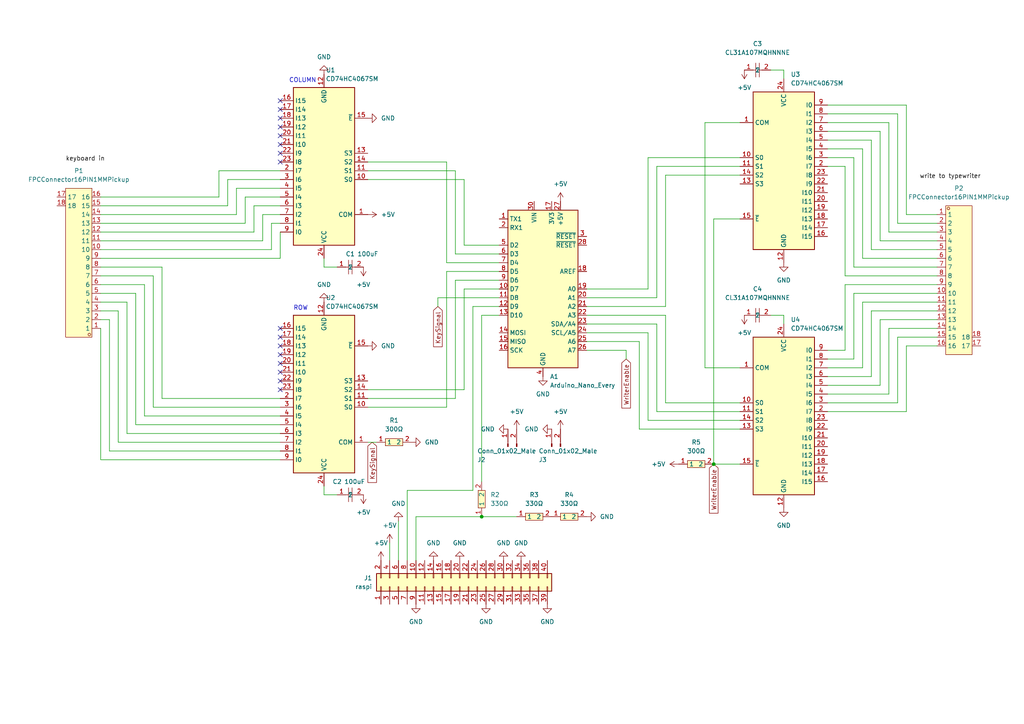
<source format=kicad_sch>
(kicad_sch (version 20211123) (generator eeschema)
  (paper "A4")
  (lib_symbols
    (symbol "74xx:CD74HC4067SM"
      (property "Reference" "U" (at -8.89 22.86 0))
      (property "Value" "CD74HC4067SM" (at 1.27 22.86 0))
      (symbol "CD74HC4067SM_0_1"
        (rectangle (start -8.89 21.59) (end 8.89 -24.13) (stroke (width 0.254)) (fill (type background)))
      )
      (symbol "CD74HC4067SM_1_1"
        (pin passive line (at -12.7 12.7 0) (length 3.81) (name "COM") (number "1"))
        (pin input line (at -12.7 2.54 0) (length 3.81) (name "S0") (number "10"))
        (pin input line (at -12.7 0 0) (length 3.81) (name "S1") (number "11"))
        (pin power_in line (at 0 -27.94 90) (length 3.81) (name "GND") (number "12"))
        (pin input line (at -12.7 -5.08 0) (length 3.81) (name "S3") (number "13"))
        (pin input line (at -12.7 -2.54 0) (length 3.81) (name "S2") (number "14"))
        (pin input line (at -12.7 -15.24 0) (length 3.81) (name "~{E}") (number "15"))
        (pin passive line (at 12.7 -20.32 180) (length 3.81) (name "I15") (number "16"))
        (pin passive line (at 12.7 -17.78 180) (length 3.81) (name "I14") (number "17"))
        (pin passive line (at 12.7 -15.24 180) (length 3.81) (name "I13") (number "18"))
        (pin passive line (at 12.7 -12.7 180) (length 3.81) (name "I12") (number "19"))
        (pin passive line (at 12.7 0 180) (length 3.81) (name "I7") (number "2"))
        (pin passive line (at 12.7 -10.16 180) (length 3.81) (name "I11") (number "20"))
        (pin passive line (at 12.7 -7.62 180) (length 3.81) (name "I10") (number "21"))
        (pin passive line (at 12.7 -5.08 180) (length 3.81) (name "I9") (number "22"))
        (pin passive line (at 12.7 -2.54 180) (length 3.81) (name "I8") (number "23"))
        (pin power_in line (at 0 25.4 270) (length 3.81) (name "VCC") (number "24"))
        (pin passive line (at 12.7 2.54 180) (length 3.81) (name "I6") (number "3"))
        (pin passive line (at 12.7 5.08 180) (length 3.81) (name "I5") (number "4"))
        (pin passive line (at 12.7 7.62 180) (length 3.81) (name "I4") (number "5"))
        (pin passive line (at 12.7 10.16 180) (length 3.81) (name "I3") (number "6"))
        (pin passive line (at 12.7 12.7 180) (length 3.81) (name "I2") (number "7"))
        (pin passive line (at 12.7 15.24 180) (length 3.81) (name "I1") (number "8"))
        (pin passive line (at 12.7 17.78 180) (length 3.81) (name "I0") (number "9"))
      )
    )
    (symbol "Connector:Conn_01x02_Male" (pin_names (offset 1.016) hide)
      (property "Reference" "J" (at 0 2.54 0))
      (property "Value" "Conn_01x02_Male" (at 0 -5.08 0))
      (symbol "Conn_01x02_Male_1_1"
        (polyline (pts (xy 1.27 -2.54) (xy 0.8636 -2.54)) (stroke (width 0.1524)))
        (polyline (pts (xy 1.27 0) (xy 0.8636 0)) (stroke (width 0.1524)))
        (rectangle (start 0.8636 -2.413) (end 0 -2.667) (stroke (width 0.1524)) (fill (type outline)))
        (rectangle (start 0.8636 0.127) (end 0 -0.127) (stroke (width 0.1524)) (fill (type outline)))
        (pin passive line (at 5.08 0 180) (length 3.81) (name "Pin_1") (number "1"))
        (pin passive line (at 5.08 -2.54 180) (length 3.81) (name "Pin_2") (number "2"))
      )
    )
    (symbol "Connector_Generic:Conn_02x20_Odd_Even" (pin_names (offset 1.016) hide)
      (property "Reference" "J" (at 1.27 25.4 0))
      (property "Value" "Conn_02x20_Odd_Even" (at 1.27 -27.94 0))
      (symbol "Conn_02x20_Odd_Even_1_1"
        (rectangle (start -1.27 -25.273) (end 0 -25.527) (stroke (width 0.1524)))
        (rectangle (start -1.27 -22.733) (end 0 -22.987) (stroke (width 0.1524)))
        (rectangle (start -1.27 -20.193) (end 0 -20.447) (stroke (width 0.1524)))
        (rectangle (start -1.27 -17.653) (end 0 -17.907) (stroke (width 0.1524)))
        (rectangle (start -1.27 -15.113) (end 0 -15.367) (stroke (width 0.1524)))
        (rectangle (start -1.27 -12.573) (end 0 -12.827) (stroke (width 0.1524)))
        (rectangle (start -1.27 -10.033) (end 0 -10.287) (stroke (width 0.1524)))
        (rectangle (start -1.27 -7.493) (end 0 -7.747) (stroke (width 0.1524)))
        (rectangle (start -1.27 -4.953) (end 0 -5.207) (stroke (width 0.1524)))
        (rectangle (start -1.27 -2.413) (end 0 -2.667) (stroke (width 0.1524)))
        (rectangle (start -1.27 0.127) (end 0 -0.127) (stroke (width 0.1524)))
        (rectangle (start -1.27 2.667) (end 0 2.413) (stroke (width 0.1524)))
        (rectangle (start -1.27 5.207) (end 0 4.953) (stroke (width 0.1524)))
        (rectangle (start -1.27 7.747) (end 0 7.493) (stroke (width 0.1524)))
        (rectangle (start -1.27 10.287) (end 0 10.033) (stroke (width 0.1524)))
        (rectangle (start -1.27 12.827) (end 0 12.573) (stroke (width 0.1524)))
        (rectangle (start -1.27 15.367) (end 0 15.113) (stroke (width 0.1524)))
        (rectangle (start -1.27 17.907) (end 0 17.653) (stroke (width 0.1524)))
        (rectangle (start -1.27 20.447) (end 0 20.193) (stroke (width 0.1524)))
        (rectangle (start -1.27 22.987) (end 0 22.733) (stroke (width 0.1524)))
        (rectangle (start -1.27 24.13) (end 3.81 -26.67) (stroke (width 0.254)) (fill (type background)))
        (rectangle (start 3.81 -25.273) (end 2.54 -25.527) (stroke (width 0.1524)))
        (rectangle (start 3.81 -22.733) (end 2.54 -22.987) (stroke (width 0.1524)))
        (rectangle (start 3.81 -20.193) (end 2.54 -20.447) (stroke (width 0.1524)))
        (rectangle (start 3.81 -17.653) (end 2.54 -17.907) (stroke (width 0.1524)))
        (rectangle (start 3.81 -15.113) (end 2.54 -15.367) (stroke (width 0.1524)))
        (rectangle (start 3.81 -12.573) (end 2.54 -12.827) (stroke (width 0.1524)))
        (rectangle (start 3.81 -10.033) (end 2.54 -10.287) (stroke (width 0.1524)))
        (rectangle (start 3.81 -7.493) (end 2.54 -7.747) (stroke (width 0.1524)))
        (rectangle (start 3.81 -4.953) (end 2.54 -5.207) (stroke (width 0.1524)))
        (rectangle (start 3.81 -2.413) (end 2.54 -2.667) (stroke (width 0.1524)))
        (rectangle (start 3.81 0.127) (end 2.54 -0.127) (stroke (width 0.1524)))
        (rectangle (start 3.81 2.667) (end 2.54 2.413) (stroke (width 0.1524)))
        (rectangle (start 3.81 5.207) (end 2.54 4.953) (stroke (width 0.1524)))
        (rectangle (start 3.81 7.747) (end 2.54 7.493) (stroke (width 0.1524)))
        (rectangle (start 3.81 10.287) (end 2.54 10.033) (stroke (width 0.1524)))
        (rectangle (start 3.81 12.827) (end 2.54 12.573) (stroke (width 0.1524)))
        (rectangle (start 3.81 15.367) (end 2.54 15.113) (stroke (width 0.1524)))
        (rectangle (start 3.81 17.907) (end 2.54 17.653) (stroke (width 0.1524)))
        (rectangle (start 3.81 20.447) (end 2.54 20.193) (stroke (width 0.1524)))
        (rectangle (start 3.81 22.987) (end 2.54 22.733) (stroke (width 0.1524)))
        (pin passive line (at -5.08 22.86 0) (length 3.81) (name "Pin_1") (number "1"))
        (pin passive line (at 7.62 12.7 180) (length 3.81) (name "Pin_10") (number "10"))
        (pin passive line (at -5.08 10.16 0) (length 3.81) (name "Pin_11") (number "11"))
        (pin passive line (at 7.62 10.16 180) (length 3.81) (name "Pin_12") (number "12"))
        (pin passive line (at -5.08 7.62 0) (length 3.81) (name "Pin_13") (number "13"))
        (pin passive line (at 7.62 7.62 180) (length 3.81) (name "Pin_14") (number "14"))
        (pin passive line (at -5.08 5.08 0) (length 3.81) (name "Pin_15") (number "15"))
        (pin passive line (at 7.62 5.08 180) (length 3.81) (name "Pin_16") (number "16"))
        (pin passive line (at -5.08 2.54 0) (length 3.81) (name "Pin_17") (number "17"))
        (pin passive line (at 7.62 2.54 180) (length 3.81) (name "Pin_18") (number "18"))
        (pin passive line (at -5.08 0 0) (length 3.81) (name "Pin_19") (number "19"))
        (pin passive line (at 7.62 22.86 180) (length 3.81) (name "Pin_2") (number "2"))
        (pin passive line (at 7.62 0 180) (length 3.81) (name "Pin_20") (number "20"))
        (pin passive line (at -5.08 -2.54 0) (length 3.81) (name "Pin_21") (number "21"))
        (pin passive line (at 7.62 -2.54 180) (length 3.81) (name "Pin_22") (number "22"))
        (pin passive line (at -5.08 -5.08 0) (length 3.81) (name "Pin_23") (number "23"))
        (pin passive line (at 7.62 -5.08 180) (length 3.81) (name "Pin_24") (number "24"))
        (pin passive line (at -5.08 -7.62 0) (length 3.81) (name "Pin_25") (number "25"))
        (pin passive line (at 7.62 -7.62 180) (length 3.81) (name "Pin_26") (number "26"))
        (pin passive line (at -5.08 -10.16 0) (length 3.81) (name "Pin_27") (number "27"))
        (pin passive line (at 7.62 -10.16 180) (length 3.81) (name "Pin_28") (number "28"))
        (pin passive line (at -5.08 -12.7 0) (length 3.81) (name "Pin_29") (number "29"))
        (pin passive line (at -5.08 20.32 0) (length 3.81) (name "Pin_3") (number "3"))
        (pin passive line (at 7.62 -12.7 180) (length 3.81) (name "Pin_30") (number "30"))
        (pin passive line (at -5.08 -15.24 0) (length 3.81) (name "Pin_31") (number "31"))
        (pin passive line (at 7.62 -15.24 180) (length 3.81) (name "Pin_32") (number "32"))
        (pin passive line (at -5.08 -17.78 0) (length 3.81) (name "Pin_33") (number "33"))
        (pin passive line (at 7.62 -17.78 180) (length 3.81) (name "Pin_34") (number "34"))
        (pin passive line (at -5.08 -20.32 0) (length 3.81) (name "Pin_35") (number "35"))
        (pin passive line (at 7.62 -20.32 180) (length 3.81) (name "Pin_36") (number "36"))
        (pin passive line (at -5.08 -22.86 0) (length 3.81) (name "Pin_37") (number "37"))
        (pin passive line (at 7.62 -22.86 180) (length 3.81) (name "Pin_38") (number "38"))
        (pin passive line (at -5.08 -25.4 0) (length 3.81) (name "Pin_39") (number "39"))
        (pin passive line (at 7.62 20.32 180) (length 3.81) (name "Pin_4") (number "4"))
        (pin passive line (at 7.62 -25.4 180) (length 3.81) (name "Pin_40") (number "40"))
        (pin passive line (at -5.08 17.78 0) (length 3.81) (name "Pin_5") (number "5"))
        (pin passive line (at 7.62 17.78 180) (length 3.81) (name "Pin_6") (number "6"))
        (pin passive line (at -5.08 15.24 0) (length 3.81) (name "Pin_7") (number "7"))
        (pin passive line (at 7.62 15.24 180) (length 3.81) (name "Pin_8") (number "8"))
        (pin passive line (at -5.08 12.7 0) (length 3.81) (name "Pin_9") (number "9"))
      )
    )
    (symbol "MCU_Module:Arduino_Nano_Every"
      (property "Reference" "A" (at -10.16 23.495 0))
      (property "Value" "Arduino_Nano_Every" (at 5.08 -24.13 0))
      (symbol "Arduino_Nano_Every_0_1"
        (rectangle (start -10.16 22.86) (end 10.16 -22.86) (stroke (width 0.254)) (fill (type background)))
      )
      (symbol "Arduino_Nano_Every_1_1"
        (pin bidirectional line (at -12.7 20.32 0) (length 2.54) (name "TX1") (number "1"))
        (pin bidirectional line (at -12.7 0 0) (length 2.54) (name "D7") (number "10"))
        (pin bidirectional line (at -12.7 -2.54 0) (length 2.54) (name "D8") (number "11"))
        (pin bidirectional line (at -12.7 -5.08 0) (length 2.54) (name "D9") (number "12"))
        (pin bidirectional line (at -12.7 -7.62 0) (length 2.54) (name "D10") (number "13"))
        (pin bidirectional line (at -12.7 -12.7 0) (length 2.54) (name "MOSI") (number "14"))
        (pin bidirectional line (at -12.7 -15.24 0) (length 2.54) (name "MISO") (number "15"))
        (pin bidirectional line (at -12.7 -17.78 0) (length 2.54) (name "SCK") (number "16"))
        (pin power_out line (at 2.54 25.4 270) (length 2.54) (name "3V3") (number "17"))
        (pin input line (at 12.7 5.08 180) (length 2.54) (name "AREF") (number "18"))
        (pin bidirectional line (at 12.7 0 180) (length 2.54) (name "A0") (number "19"))
        (pin bidirectional line (at -12.7 17.78 0) (length 2.54) (name "RX1") (number "2"))
        (pin bidirectional line (at 12.7 -2.54 180) (length 2.54) (name "A1") (number "20"))
        (pin bidirectional line (at 12.7 -5.08 180) (length 2.54) (name "A2") (number "21"))
        (pin bidirectional line (at 12.7 -7.62 180) (length 2.54) (name "A3") (number "22"))
        (pin bidirectional line (at 12.7 -10.16 180) (length 2.54) (name "SDA/A4") (number "23"))
        (pin bidirectional line (at 12.7 -12.7 180) (length 2.54) (name "SCL/A5") (number "24"))
        (pin bidirectional line (at 12.7 -15.24 180) (length 2.54) (name "A6") (number "25"))
        (pin bidirectional line (at 12.7 -17.78 180) (length 2.54) (name "A7") (number "26"))
        (pin power_out line (at 5.08 25.4 270) (length 2.54) (name "+5V") (number "27"))
        (pin input line (at 12.7 12.7 180) (length 2.54) (name "~{RESET}") (number "28"))
        (pin passive line (at 0 -25.4 90) (length 2.54) hide (name "GND") (number "29"))
        (pin input line (at 12.7 15.24 180) (length 2.54) (name "~{RESET}") (number "3"))
        (pin power_in line (at -2.54 25.4 270) (length 2.54) (name "VIN") (number "30"))
        (pin power_in line (at 0 -25.4 90) (length 2.54) (name "GND") (number "4"))
        (pin bidirectional line (at -12.7 12.7 0) (length 2.54) (name "D2") (number "5"))
        (pin bidirectional line (at -12.7 10.16 0) (length 2.54) (name "D3") (number "6"))
        (pin bidirectional line (at -12.7 7.62 0) (length 2.54) (name "D4") (number "7"))
        (pin bidirectional line (at -12.7 5.08 0) (length 2.54) (name "D5") (number "8"))
        (pin bidirectional line (at -12.7 2.54 0) (length 2.54) (name "D6") (number "9"))
      )
    )
    (symbol "easyeda2kicad:1206W4F3000T5E"
      (property "Reference" "R" (at 0 5.08 0))
      (property "Value" "1206W4F3000T5E" (at 0 -5.08 0))
      (symbol "1206W4F3000T5E_0_1"
        (rectangle (start -2.54 1.02) (end 2.54 -1.02) (fill (type background)))
        (pin input line (at -5.08 0 0) (length 2.54) (name "1") (number "1"))
        (pin input line (at 5.08 0 180) (length 2.54) (name "2") (number "2"))
      )
    )
    (symbol "easyeda2kicad:CL31A107MQHNNNE"
      (property "Reference" "C" (at 0 5.08 0))
      (property "Value" "CL31A107MQHNNNE" (at 0 -5.08 0))
      (symbol "CL31A107MQHNNNE_0_1"
        (polyline (pts (xy -1.27 0) (xy -0.51 0)))
        (polyline (pts (xy -0.51 2.03) (xy -0.51 -2.03)))
        (polyline (pts (xy 0.51 0) (xy 1.27 0)))
        (polyline (pts (xy 0.51 2.03) (xy 0.51 -2.03)))
        (pin input line (at -3.81 0 0) (length 2.54) (name "1") (number "1"))
        (pin input line (at 3.81 0 180) (length 2.54) (name "2") (number "2"))
      )
    )
    (symbol "easyeda2kicad:FPCConnector16PIN1MMPickup"
      (property "Reference" "P" (at 0 24.13 0))
      (property "Value" "FPCConnector 16PIN 1MM Pick up" (at 0 -24.13 0))
      (symbol "FPCConnector16PIN1MMPickup_0_1"
        (rectangle (start -1.27 21.59) (end 6.35 -21.59) (fill (type background)))
        (circle (center -0.51 20.83) (radius 0.38))
        (pin unspecified line (at -3.81 19.05 0) (length 2.54) (name "1") (number "1"))
        (pin unspecified line (at -3.81 -3.81 0) (length 2.54) (name "10") (number "10"))
        (pin unspecified line (at -3.81 -6.35 0) (length 2.54) (name "11") (number "11"))
        (pin unspecified line (at -3.81 -8.89 0) (length 2.54) (name "12") (number "12"))
        (pin unspecified line (at -3.81 -11.43 0) (length 2.54) (name "13") (number "13"))
        (pin unspecified line (at -3.81 -13.97 0) (length 2.54) (name "14") (number "14"))
        (pin unspecified line (at -3.81 -16.51 0) (length 2.54) (name "15") (number "15"))
        (pin unspecified line (at -3.81 -19.05 0) (length 2.54) (name "16") (number "16"))
        (pin unspecified line (at 8.89 -19.05 180) (length 2.54) (name "17") (number "17"))
        (pin unspecified line (at 8.89 -16.51 180) (length 2.54) (name "18") (number "18"))
        (pin unspecified line (at -3.81 16.51 0) (length 2.54) (name "2") (number "2"))
        (pin unspecified line (at -3.81 13.97 0) (length 2.54) (name "3") (number "3"))
        (pin unspecified line (at -3.81 11.43 0) (length 2.54) (name "4") (number "4"))
        (pin unspecified line (at -3.81 8.89 0) (length 2.54) (name "5") (number "5"))
        (pin unspecified line (at -3.81 6.35 0) (length 2.54) (name "6") (number "6"))
        (pin unspecified line (at -3.81 3.81 0) (length 2.54) (name "7") (number "7"))
        (pin unspecified line (at -3.81 1.27 0) (length 2.54) (name "8") (number "8"))
        (pin unspecified line (at -3.81 -1.27 0) (length 2.54) (name "9") (number "9"))
      )
    )
    (symbol "easyeda2kicad:RC1206FR-07330RL"
      (property "Reference" "R" (at 0 5.08 0))
      (property "Value" "RC1206FR-07330RL" (at 0 -5.08 0))
      (symbol "RC1206FR-07330RL_0_1"
        (rectangle (start -2.54 1.02) (end 2.54 -1.02) (fill (type background)))
        (pin input line (at -5.08 0 0) (length 2.54) (name "1") (number "1"))
        (pin input line (at 5.08 0 180) (length 2.54) (name "2") (number "2"))
      )
    )
    (symbol "power:+5V" (power) (pin_names (offset 0))
      (property "Value" "+5V" (at 0 3.556 0))
      (symbol "+5V_0_1"
        (polyline (pts (xy -0.762 1.27) (xy 0 2.54)))
        (polyline (pts (xy 0 0) (xy 0 2.54)))
        (polyline (pts (xy 0 2.54) (xy 0.762 1.27)))
      )
      (symbol "+5V_1_1"
        (pin power_in line (at 0 0 90) (length 0) hide (name "+5V") (number "1"))
      )
    )
    (symbol "power:GND" (power) (pin_names (offset 0))
      (property "Value" "GND" (at 0 -3.81 0))
      (symbol "GND_0_1"
        (polyline (pts (xy 0 0) (xy 0 -1.27) (xy 1.27 -1.27) (xy 0 -2.54) (xy -1.27 -1.27) (xy 0 -1.27)))
      )
      (symbol "GND_1_1"
        (pin power_in line (at 0 0 270) (length 0) hide (name "GND") (number "1"))
      )
    )
  )
  (junction (at 207.01 134.62))
  (junction (at 139.7 149.86))
  (no_connect (at 81.28 36.83))
  (no_connect (at 81.28 39.37))
  (no_connect (at 81.28 31.75))
  (no_connect (at 81.28 34.29))
  (no_connect (at 81.28 29.21))
  (no_connect (at 81.28 41.91))
  (no_connect (at 81.28 46.99))
  (no_connect (at 81.28 44.45))
  (no_connect (at 81.28 105.41))
  (no_connect (at 81.28 110.49))
  (no_connect (at 81.28 107.95))
  (no_connect (at 81.28 113.03))
  (no_connect (at 81.28 102.87))
  (no_connect (at 81.28 97.79))
  (no_connect (at 81.28 100.33))
  (no_connect (at 81.28 95.25))
  (wire (pts (xy 29.21 59.69) (xy 66.04 59.69)))
  (wire (pts (xy 106.68 128.27) (xy 109.22 128.27)))
  (wire (pts (xy 190.5 86.36) (xy 190.5 48.26)))
  (wire (pts (xy 190.5 93.98) (xy 190.5 119.38)))
  (wire (pts (xy 170.18 93.98) (xy 190.5 93.98)))
  (wire (pts (xy 257.81 95.25) (xy 257.81 114.3)))
  (wire (pts (xy 93.98 143.51) (xy 93.98 140.97)))
  (wire (pts (xy 260.35 64.77) (xy 260.35 33.02)))
  (wire (pts (xy 132.08 115.57) (xy 132.08 81.28)))
  (wire (pts (xy 34.29 128.27) (xy 34.29 90.17)))
  (wire (pts (xy 193.04 88.9) (xy 170.18 88.9)))
  (wire (pts (xy 271.78 95.25) (xy 257.81 95.25)))
  (wire (pts (xy 41.91 120.65) (xy 41.91 82.55)))
  (wire (pts (xy 134.62 52.07) (xy 134.62 71.12)))
  (wire (pts (xy 240.03 119.38) (xy 262.89 119.38)))
  (wire (pts (xy 29.21 133.35) (xy 29.21 95.25)))
  (wire (pts (xy 271.78 64.77) (xy 260.35 64.77)))
  (wire (pts (xy 144.78 88.9) (xy 137.16 88.9)))
  (wire (pts (xy 190.5 48.26) (xy 214.63 48.26)))
  (wire (pts (xy 204.47 106.68) (xy 204.47 35.56)))
  (wire (pts (xy 139.7 149.86) (xy 149.86 149.86)))
  (wire (pts (xy 81.28 133.35) (xy 29.21 133.35)))
  (wire (pts (xy 134.62 83.82) (xy 134.62 113.03)))
  (wire (pts (xy 257.81 114.3) (xy 240.03 114.3)))
  (wire (pts (xy 245.11 82.55) (xy 271.78 82.55)))
  (wire (pts (xy 129.54 46.99) (xy 129.54 76.2)))
  (wire (pts (xy 29.21 64.77) (xy 71.12 64.77)))
  (wire (pts (xy 252.73 109.22) (xy 240.03 109.22)))
  (wire (pts (xy 170.18 101.6) (xy 181.61 101.6)))
  (wire (pts (xy 170.18 86.36) (xy 190.5 86.36)))
  (wire (pts (xy 247.65 104.14) (xy 240.03 104.14)))
  (wire (pts (xy 81.28 118.11) (xy 44.45 118.11)))
  (wire (pts (xy 144.78 73.66) (xy 132.08 73.66)))
  (wire (pts (xy 144.78 78.74) (xy 129.54 78.74)))
  (wire (pts (xy 39.37 123.19) (xy 39.37 85.09)))
  (wire (pts (xy 106.68 52.07) (xy 134.62 52.07)))
  (wire (pts (xy 227.33 20.32) (xy 223.52 20.32)))
  (wire (pts (xy 252.73 72.39) (xy 271.78 72.39)))
  (wire (pts (xy 29.21 74.93) (xy 81.28 74.93)))
  (wire (pts (xy 46.99 77.47) (xy 29.21 77.47)))
  (wire (pts (xy 144.78 83.82) (xy 134.62 83.82)))
  (wire (pts (xy 187.96 83.82) (xy 170.18 83.82)))
  (wire (pts (xy 71.12 64.77) (xy 71.12 57.15)))
  (wire (pts (xy 41.91 82.55) (xy 29.21 82.55)))
  (wire (pts (xy 36.83 87.63) (xy 36.83 125.73)))
  (wire (pts (xy 44.45 80.01) (xy 29.21 80.01)))
  (wire (pts (xy 214.63 106.68) (xy 204.47 106.68)))
  (wire (pts (xy 214.63 116.84) (xy 193.04 116.84)))
  (wire (pts (xy 81.28 49.53) (xy 63.5 49.53)))
  (wire (pts (xy 78.74 72.39) (xy 29.21 72.39)))
  (wire (pts (xy 223.52 91.44) (xy 227.33 91.44)))
  (wire (pts (xy 76.2 62.23) (xy 81.28 62.23)))
  (wire (pts (xy 81.28 123.19) (xy 39.37 123.19)))
  (wire (pts (xy 139.7 91.44) (xy 139.7 139.7)))
  (wire (pts (xy 227.33 91.44) (xy 227.33 93.98)))
  (wire (pts (xy 44.45 118.11) (xy 44.45 80.01)))
  (wire (pts (xy 271.78 80.01) (xy 245.11 80.01)))
  (wire (pts (xy 193.04 50.8) (xy 193.04 88.9)))
  (wire (pts (xy 250.19 43.18) (xy 240.03 43.18)))
  (wire (pts (xy 137.16 142.24) (xy 118.11 142.24)))
  (wire (pts (xy 97.79 143.51) (xy 93.98 143.51)))
  (wire (pts (xy 187.96 96.52) (xy 170.18 96.52)))
  (wire (pts (xy 132.08 81.28) (xy 144.78 81.28)))
  (wire (pts (xy 190.5 119.38) (xy 214.63 119.38)))
  (wire (pts (xy 29.21 69.85) (xy 76.2 69.85)))
  (wire (pts (xy 81.28 115.57) (xy 46.99 115.57)))
  (wire (pts (xy 240.03 111.76) (xy 255.27 111.76)))
  (wire (pts (xy 271.78 85.09) (xy 247.65 85.09)))
  (wire (pts (xy 134.62 113.03) (xy 106.68 113.03)))
  (wire (pts (xy 66.04 52.07) (xy 81.28 52.07)))
  (wire (pts (xy 207.01 134.62) (xy 214.63 134.62)))
  (wire (pts (xy 29.21 92.71) (xy 31.75 92.71)))
  (wire (pts (xy 132.08 73.66) (xy 132.08 49.53)))
  (wire (pts (xy 262.89 100.33) (xy 262.89 119.38)))
  (wire (pts (xy 106.68 115.57) (xy 132.08 115.57)))
  (wire (pts (xy 271.78 100.33) (xy 262.89 100.33)))
  (wire (pts (xy 66.04 59.69) (xy 66.04 52.07)))
  (wire (pts (xy 73.66 67.31) (xy 29.21 67.31)))
  (wire (pts (xy 271.78 69.85) (xy 255.27 69.85)))
  (wire (pts (xy 260.35 116.84) (xy 260.35 97.79)))
  (wire (pts (xy 257.81 35.56) (xy 257.81 67.31)))
  (wire (pts (xy 34.29 90.17) (xy 29.21 90.17)))
  (wire (pts (xy 262.89 62.23) (xy 271.78 62.23)))
  (wire (pts (xy 39.37 85.09) (xy 29.21 85.09)))
  (wire (pts (xy 185.42 124.46) (xy 214.63 124.46)))
  (wire (pts (xy 255.27 111.76) (xy 255.27 92.71)))
  (wire (pts (xy 262.89 30.48) (xy 262.89 62.23)))
  (wire (pts (xy 81.28 64.77) (xy 78.74 64.77)))
  (wire (pts (xy 97.79 77.47) (xy 93.98 77.47)))
  (wire (pts (xy 271.78 74.93) (xy 250.19 74.93)))
  (wire (pts (xy 81.28 54.61) (xy 68.58 54.61)))
  (wire (pts (xy 129.54 118.11) (xy 106.68 118.11)))
  (wire (pts (xy 214.63 45.72) (xy 187.96 45.72)))
  (wire (pts (xy 106.68 46.99) (xy 129.54 46.99)))
  (wire (pts (xy 68.58 62.23) (xy 29.21 62.23)))
  (wire (pts (xy 187.96 121.92) (xy 187.96 96.52)))
  (wire (pts (xy 245.11 48.26) (xy 240.03 48.26)))
  (wire (pts (xy 170.18 99.06) (xy 185.42 99.06)))
  (wire (pts (xy 247.65 45.72) (xy 247.65 77.47)))
  (wire (pts (xy 207.01 63.5) (xy 207.01 134.62)))
  (wire (pts (xy 129.54 76.2) (xy 144.78 76.2)))
  (wire (pts (xy 250.19 74.93) (xy 250.19 43.18)))
  (wire (pts (xy 255.27 38.1) (xy 240.03 38.1)))
  (wire (pts (xy 271.78 90.17) (xy 252.73 90.17)))
  (wire (pts (xy 115.57 151.13) (xy 115.57 162.56)))
  (wire (pts (xy 31.75 92.71) (xy 31.75 130.81)))
  (wire (pts (xy 240.03 30.48) (xy 262.89 30.48)))
  (wire (pts (xy 76.2 69.85) (xy 76.2 62.23)))
  (wire (pts (xy 29.21 87.63) (xy 36.83 87.63)))
  (wire (pts (xy 240.03 40.64) (xy 252.73 40.64)))
  (wire (pts (xy 120.65 149.86) (xy 120.65 162.56)))
  (wire (pts (xy 129.54 78.74) (xy 129.54 118.11)))
  (wire (pts (xy 81.28 120.65) (xy 41.91 120.65)))
  (wire (pts (xy 245.11 80.01) (xy 245.11 48.26)))
  (wire (pts (xy 134.62 71.12) (xy 144.78 71.12)))
  (wire (pts (xy 260.35 97.79) (xy 271.78 97.79)))
  (wire (pts (xy 257.81 67.31) (xy 271.78 67.31)))
  (wire (pts (xy 193.04 91.44) (xy 170.18 91.44)))
  (wire (pts (xy 247.65 77.47) (xy 271.78 77.47)))
  (wire (pts (xy 240.03 35.56) (xy 257.81 35.56)))
  (wire (pts (xy 193.04 116.84) (xy 193.04 91.44)))
  (wire (pts (xy 144.78 91.44) (xy 139.7 91.44)))
  (wire (pts (xy 63.5 49.53) (xy 63.5 57.15)))
  (wire (pts (xy 46.99 115.57) (xy 46.99 77.47)))
  (wire (pts (xy 132.08 49.53) (xy 106.68 49.53)))
  (wire (pts (xy 31.75 130.81) (xy 81.28 130.81)))
  (wire (pts (xy 81.28 74.93) (xy 81.28 67.31)))
  (wire (pts (xy 204.47 35.56) (xy 214.63 35.56)))
  (wire (pts (xy 252.73 40.64) (xy 252.73 72.39)))
  (wire (pts (xy 127 86.36) (xy 144.78 86.36)))
  (wire (pts (xy 93.98 77.47) (xy 93.98 74.93)))
  (wire (pts (xy 240.03 116.84) (xy 260.35 116.84)))
  (wire (pts (xy 255.27 92.71) (xy 271.78 92.71)))
  (wire (pts (xy 73.66 59.69) (xy 73.66 67.31)))
  (wire (pts (xy 71.12 57.15) (xy 81.28 57.15)))
  (wire (pts (xy 250.19 106.68) (xy 250.19 87.63)))
  (wire (pts (xy 81.28 128.27) (xy 34.29 128.27)))
  (wire (pts (xy 118.11 142.24) (xy 118.11 162.56)))
  (wire (pts (xy 245.11 101.6) (xy 245.11 82.55)))
  (wire (pts (xy 240.03 101.6) (xy 245.11 101.6)))
  (wire (pts (xy 255.27 69.85) (xy 255.27 38.1)))
  (wire (pts (xy 214.63 121.92) (xy 187.96 121.92)))
  (wire (pts (xy 137.16 88.9) (xy 137.16 142.24)))
  (wire (pts (xy 36.83 125.73) (xy 81.28 125.73)))
  (wire (pts (xy 252.73 90.17) (xy 252.73 109.22)))
  (wire (pts (xy 68.58 54.61) (xy 68.58 62.23)))
  (wire (pts (xy 227.33 22.86) (xy 227.33 20.32)))
  (wire (pts (xy 214.63 63.5) (xy 207.01 63.5)))
  (wire (pts (xy 63.5 57.15) (xy 29.21 57.15)))
  (wire (pts (xy 81.28 59.69) (xy 73.66 59.69)))
  (wire (pts (xy 181.61 101.6) (xy 181.61 104.14)))
  (wire (pts (xy 113.03 157.48) (xy 113.03 162.56)))
  (wire (pts (xy 78.74 64.77) (xy 78.74 72.39)))
  (wire (pts (xy 260.35 33.02) (xy 240.03 33.02)))
  (wire (pts (xy 240.03 45.72) (xy 247.65 45.72)))
  (wire (pts (xy 250.19 87.63) (xy 271.78 87.63)))
  (wire (pts (xy 187.96 45.72) (xy 187.96 83.82)))
  (wire (pts (xy 120.65 149.86) (xy 139.7 149.86)))
  (wire (pts (xy 127 86.36) (xy 127 88.9)))
  (wire (pts (xy 214.63 50.8) (xy 193.04 50.8)))
  (wire (pts (xy 247.65 85.09) (xy 247.65 104.14)))
  (wire (pts (xy 185.42 99.06) (xy 185.42 124.46)))
  (wire (pts (xy 240.03 106.68) (xy 250.19 106.68)))
  (text "COLUMN\n" (at 83.82 24.13 0) (effects (font (size 1.27 1.27)) (justify left bottom)))
  (text "ROW" (at 85.09 90.17 0) (effects (font (size 1.27 1.27)) (justify left bottom)))
  (label "keyboard in" (at 19.05 46.99 0))
  (label "write to typewriter" (at 266.7 52.07 0))
  (global_label "WriterEnable" (shape input) (at 181.61 104.14 270) (property "Intersheet References" "${INTERSHEET_REFS}" (effects hide)))
  (global_label "KeySignal" (shape input) (at 107.95 128.27 270) (property "Intersheet References" "${INTERSHEET_REFS}" (effects hide)))
  (global_label "WriterEnable" (shape input) (at 207.01 134.62 270) (property "Intersheet References" "${INTERSHEET_REFS}" (effects hide)))
  (global_label "KeySignal" (shape input) (at 127 88.9 270) (property "Intersheet References" "${INTERSHEET_REFS}" (effects hide)))
  (symbol (lib_id "power:+5V") (at 110.49 162.56 0) (unit 1)
    (property "Reference" "#PWR08" (effects hide))
    (property "Value" "+5V" (at 110.49 157.48 0))
  )
  (symbol (lib_id "power:GND") (at 147.32 124.46 270) (unit 1)
    (property "Reference" "#PWR017" (effects hide))
    (property "Value" "GND" (at 143.51 124.4599 90) (effects (justify right)))
  )
  (symbol (lib_id "easyeda2kicad:RC1206FR-07330RL") (at 139.7 144.78 90) (unit 1)
    (property "Reference" "R2" (at 142.24 143.5099 90) (effects (justify right)))
    (property "Value" "330Ω" (at 142.24 146.0499 90) (effects (justify right)))
    (property "Footprint" "easyeda2kicad:R1206" (effects hide))
    (property "Datasheet" "https://lcsc.com/product-detail/Chip-Resistor-Surface-Mount_330R-330R-1_C114944.html" (effects hide))
    (property "Manufacturer" "YAGEO" (effects hide))
    (property "LCSC Part" "C114944" (effects hide))
    (property "JLC Part" "Extended Part" (effects hide))
  )
  (symbol (lib_id "74xx:CD74HC4067SM") (at 93.98 49.53 180) (unit 1)
    (property "Reference" "U1" (at 94.5006 20.32 0) (effects (justify right)))
    (property "Value" "CD74HC4067SM" (at 94.5006 22.86 0) (effects (justify right)))
    (property "Footprint" "Package_SO:SSOP-24_5.3x8.2mm_P0.65mm" (effects hide))
    (property "Datasheet" "http://www.ti.com/lit/ds/symlink/cd74hc4067.pdf" (effects hide))
  )
  (symbol (lib_id "power:GND") (at 160.02 124.46 270) (unit 1)
    (property "Reference" "#PWR022" (effects hide))
    (property "Value" "GND" (at 156.21 124.4599 90) (effects (justify right)))
  )
  (symbol (lib_id "easyeda2kicad:FPCConnector16PIN1MMPickup") (at 275.59 81.28 0) (unit 1)
    (property "Reference" "P2" (at 278.13 54.61 0))
    (property "Value" "FPCConnector16PIN1MMPickup" (at 278.13 57.15 0))
    (property "Footprint" "easyeda2kicad:FPC-SMD_AFA07-S16ECC-00" (effects hide))
    (property "Datasheet" "https://lcsc.com/product-detail/FPC-Connectors_FPC-1-0mmpitch-16P-Pull-type-Pick-up_C13745.html" (effects hide))
    (property "Manufacturer" "ReliaPro" (effects hide))
    (property "LCSC Part" "C13745" (effects hide))
    (property "JLC Part" "Extended Part" (effects hide))
  )
  (symbol (lib_id "74xx:CD74HC4067SM") (at 93.98 115.57 180) (unit 1)
    (property "Reference" "U2" (at 94.5006 86.36 0) (effects (justify right)))
    (property "Value" "CD74HC4067SM" (at 94.5006 88.9 0) (effects (justify right)))
    (property "Footprint" "Package_SO:SSOP-24_5.3x8.2mm_P0.65mm" (effects hide))
    (property "Datasheet" "http://www.ti.com/lit/ds/symlink/cd74hc4067.pdf" (effects hide))
  )
  (symbol (lib_id "easyeda2kicad:FPCConnector16PIN1MMPickup") (at 25.4 76.2 180) (unit 1)
    (property "Reference" "P1" (at 22.86 49.53 0))
    (property "Value" "FPCConnector16PIN1MMPickup" (at 22.86 52.07 0))
    (property "Footprint" "easyeda2kicad:FPC-SMD_AFA07-S16ECC-00" (effects hide))
    (property "Datasheet" "https://lcsc.com/product-detail/FPC-Connectors_FPC-1-0mmpitch-16P-Pull-type-Pick-up_C13745.html" (effects hide))
    (property "Manufacturer" "ReliaPro" (effects hide))
    (property "LCSC Part" "C13745" (effects hide))
    (property "JLC Part" "Extended Part" (effects hide))
  )
  (symbol (lib_id "easyeda2kicad:RC1206FR-07330RL") (at 154.94 149.86 0) (unit 1)
    (property "Reference" "R3" (at 154.94 143.51 0))
    (property "Value" "330Ω" (at 154.94 146.05 0))
    (property "Footprint" "easyeda2kicad:R1206" (effects hide))
    (property "Datasheet" "https://lcsc.com/product-detail/Chip-Resistor-Surface-Mount_330R-330R-1_C114944.html" (effects hide))
    (property "Manufacturer" "YAGEO" (effects hide))
    (property "LCSC Part" "C114944" (effects hide))
    (property "JLC Part" "Extended Part" (effects hide))
  )
  (symbol (lib_id "power:GND") (at 227.33 76.2 0) (unit 1)
    (property "Reference" "#PWR029" (effects hide))
    (property "Value" "GND" (at 227.33 81.28 0))
  )
  (symbol (lib_id "power:GND") (at 170.18 149.86 90) (unit 1)
    (property "Reference" "#PWR025" (effects hide))
    (property "Value" "GND" (at 173.99 149.8599 90) (effects (justify right)))
  )
  (symbol (lib_id "power:GND") (at 120.65 175.26 0) (unit 1)
    (property "Reference" "#PWR012" (effects hide))
    (property "Value" "GND" (at 120.65 180.34 0))
  )
  (symbol (lib_id "easyeda2kicad:RC1206FR-07330RL") (at 165.1 149.86 0) (unit 1)
    (property "Reference" "R4" (at 165.1 143.51 0))
    (property "Value" "330Ω" (at 165.1 146.05 0))
    (property "Footprint" "easyeda2kicad:R1206" (effects hide))
    (property "Datasheet" "https://lcsc.com/product-detail/Chip-Resistor-Surface-Mount_330R-330R-1_C114944.html" (effects hide))
    (property "Manufacturer" "YAGEO" (effects hide))
    (property "LCSC Part" "C114944" (effects hide))
    (property "JLC Part" "Extended Part" (effects hide))
  )
  (symbol (lib_id "power:GND") (at 146.05 162.56 180) (unit 1)
    (property "Reference" "#PWR016" (effects hide))
    (property "Value" "GND" (at 146.05 157.48 0))
  )
  (symbol (lib_id "power:GND") (at 93.98 87.63 180) (unit 1)
    (property "Reference" "#PWR02" (effects hide))
    (property "Value" "GND" (at 93.98 82.55 0))
  )
  (symbol (lib_id "74xx:CD74HC4067SM") (at 227.33 48.26 0) (unit 1)
    (property "Reference" "U3" (at 229.3494 21.59 0) (effects (justify left)))
    (property "Value" "CD74HC4067SM" (at 229.3494 24.13 0) (effects (justify left)))
    (property "Footprint" "Package_SO:SSOP-24_5.3x8.2mm_P0.65mm" (effects hide))
    (property "Datasheet" "http://www.ti.com/lit/ds/symlink/cd74hc4067.pdf" (effects hide))
  )
  (symbol (lib_id "easyeda2kicad:CL31A107MQHNNNE") (at 219.71 91.44 0) (unit 1)
    (property "Reference" "C4" (at 219.71 83.82 0))
    (property "Value" "CL31A107MQHNNNE" (at 219.71 86.36 0))
    (property "Footprint" "easyeda2kicad:C1206" (effects hide))
    (property "Datasheet" "https://lcsc.com/product-detail/Multilayer-Ceramic-Capacitors-MLCC-SMD-SMT_SAMSUNG_CL31A107MQHNNNE_100uF-107-20-6-3V_C15008.html" (effects hide))
    (property "Manufacturer" "SAMSUNG" (effects hide))
    (property "LCSC Part" "C15008" (effects hide))
    (property "JLC Part" "Basic Part" (effects hide))
  )
  (symbol (lib_id "easyeda2kicad:1206W4F3000T5E") (at 114.3 128.27 0) (unit 1)
    (property "Reference" "R1" (at 114.3 121.92 0))
    (property "Value" "300Ω" (at 114.3 124.46 0))
    (property "Footprint" "easyeda2kicad:R1206" (effects hide))
    (property "Datasheet" "https://lcsc.com/product-detail/Chip-Resistor-Surface-Mount-UniOhm_300R-3000-1_C17887.html" (effects hide))
    (property "Manufacturer" "UNI-ROYAL(厚声)" (effects hide))
    (property "LCSC Part" "C17887" (effects hide))
    (property "JLC Part" "Basic Part" (effects hide))
  )
  (symbol (lib_id "power:+5V") (at 215.9 20.32 180) (unit 1)
    (property "Reference" "#PWR027" (effects hide))
    (property "Value" "+5V" (at 215.9 25.4 0))
  )
  (symbol (lib_id "power:+5V") (at 149.86 124.46 0) (unit 1)
    (property "Reference" "#PWR018" (effects hide))
    (property "Value" "+5V" (at 149.86 119.38 0))
  )
  (symbol (lib_id "power:+5V") (at 162.56 58.42 0) (unit 1)
    (property "Reference" "#PWR023" (effects hide))
    (property "Value" "+5V" (at 162.56 53.34 0))
  )
  (symbol (lib_id "power:+5V") (at 105.41 77.47 180) (unit 1)
    (property "Reference" "#PWR03" (effects hide))
    (property "Value" "+5V" (at 105.41 82.55 0))
  )
  (symbol (lib_id "power:GND") (at 140.97 175.26 0) (unit 1)
    (property "Reference" "#PWR015" (effects hide))
    (property "Value" "GND" (at 140.97 180.34 0))
  )
  (symbol (lib_id "power:GND") (at 125.73 162.56 180) (unit 1)
    (property "Reference" "#PWR013" (effects hide))
    (property "Value" "GND" (at 125.73 157.48 0))
  )
  (symbol (lib_id "power:GND") (at 93.98 21.59 180) (unit 1)
    (property "Reference" "#PWR01" (effects hide))
    (property "Value" "GND" (at 93.98 16.51 0))
  )
  (symbol (lib_id "MCU_Module:Arduino_Nano_Every") (at 157.48 83.82 0) (unit 1)
    (property "Reference" "A1" (at 159.4994 109.22 0) (effects (justify left)))
    (property "Value" "Arduino_Nano_Every" (at 159.4994 111.76 0) (effects (justify left)))
    (property "Footprint" "Module:Arduino_Nano" (effects hide))
    (property "Datasheet" "https://content.arduino.cc/assets/NANOEveryV3.0_sch.pdf" (effects hide))
  )
  (symbol (lib_id "power:GND") (at 157.48 109.22 0) (unit 1)
    (property "Reference" "#PWR020" (effects hide))
    (property "Value" "GND" (at 157.48 114.3 0))
  )
  (symbol (lib_id "power:GND") (at 227.33 147.32 0) (unit 1)
    (property "Reference" "#PWR030" (effects hide))
    (property "Value" "GND" (at 227.33 152.4 0))
  )
  (symbol (lib_id "power:+5V") (at 162.56 124.46 0) (unit 1)
    (property "Reference" "#PWR024" (effects hide))
    (property "Value" "+5V" (at 162.56 119.38 0))
  )
  (symbol (lib_id "easyeda2kicad:CL31A107MQHNNNE") (at 101.6 143.51 0) (unit 1)
    (property "Reference" "C2" (at 97.79 139.7 0))
    (property "Value" "100uF" (at 102.87 139.7 0))
    (property "Footprint" "easyeda2kicad:C1206" (effects hide))
    (property "Datasheet" "https://lcsc.com/product-detail/Multilayer-Ceramic-Capacitors-MLCC-SMD-SMT_SAMSUNG_CL31A107MQHNNNE_100uF-107-20-6-3V_C15008.html" (effects hide))
    (property "Manufacturer" "SAMSUNG" (effects hide))
    (property "LCSC Part" "C15008" (effects hide))
    (property "JLC Part" "Basic Part" (effects hide))
  )
  (symbol (lib_id "Connector:Conn_01x02_Male") (at 147.32 129.54 90) (unit 1)
    (property "Reference" "J2" (at 138.43 133.35 90) (effects (justify right)))
    (property "Value" "Conn_01x02_Male" (at 138.43 130.81 90) (effects (justify right)))
    (property "Footprint" "Connector_PinSocket_2.54mm:PinSocket_1x02_P2.54mm_Horizontal" (effects hide))
  )
  (symbol (lib_id "Connector:Conn_01x02_Male") (at 160.02 129.54 90) (unit 1)
    (property "Reference" "J3" (at 156.21 133.35 90) (effects (justify right)))
    (property "Value" "Conn_01x02_Male" (at 156.21 130.81 90) (effects (justify right)))
    (property "Footprint" "Connector_PinSocket_2.54mm:PinSocket_1x02_P2.54mm_Horizontal" (effects hide))
  )
  (symbol (lib_id "power:+5V") (at 105.41 143.51 180) (unit 1)
    (property "Reference" "#PWR04" (effects hide))
    (property "Value" "+5V" (at 105.41 148.59 0))
  )
  (symbol (lib_id "Connector_Generic:Conn_02x20_Odd_Even") (at 133.35 170.18 90) (unit 1)
    (property "Reference" "J1" (at 107.95 167.6399 90) (effects (justify left)))
    (property "Value" "raspi" (at 107.95 170.1799 90) (effects (justify left)))
    (property "Footprint" "Connector_PinSocket_2.54mm:PinSocket_2x20_P2.54mm_Vertical" (effects hide))
  )
  (symbol (lib_id "easyeda2kicad:CL31A107MQHNNNE") (at 101.6 77.47 0) (unit 1)
    (property "Reference" "C1" (at 101.6 73.66 0))
    (property "Value" "100uF" (at 106.68 73.66 0))
    (property "Footprint" "easyeda2kicad:C1206" (effects hide))
    (property "Datasheet" "https://lcsc.com/product-detail/Multilayer-Ceramic-Capacitors-MLCC-SMD-SMT_SAMSUNG_CL31A107MQHNNNE_100uF-107-20-6-3V_C15008.html" (effects hide))
    (property "Manufacturer" "SAMSUNG" (effects hide))
    (property "LCSC Part" "C15008" (effects hide))
    (property "JLC Part" "Basic Part" (effects hide))
  )
  (symbol (lib_id "power:GND") (at 106.68 100.33 90) (unit 1)
    (property "Reference" "#PWR07" (effects hide))
    (property "Value" "GND" (at 110.49 100.3299 90) (effects (justify right)))
  )
  (symbol (lib_id "power:GND") (at 133.35 162.56 180) (unit 1)
    (property "Reference" "#PWR014" (effects hide))
    (property "Value" "GND" (at 133.35 157.48 0))
  )
  (symbol (lib_id "easyeda2kicad:1206W4F3000T5E") (at 201.93 134.62 0) (unit 1)
    (property "Reference" "R5" (at 201.93 128.27 0))
    (property "Value" "300Ω" (at 201.93 130.81 0))
    (property "Footprint" "easyeda2kicad:R1206" (effects hide))
    (property "Datasheet" "https://lcsc.com/product-detail/Chip-Resistor-Surface-Mount-UniOhm_300R-3000-1_C17887.html" (effects hide))
    (property "Manufacturer" "UNI-ROYAL(厚声)" (effects hide))
    (property "LCSC Part" "C17887" (effects hide))
    (property "JLC Part" "Basic Part" (effects hide))
  )
  (symbol (lib_id "power:+5V") (at 196.85 134.62 90) (unit 1)
    (property "Reference" "#PWR026" (effects hide))
    (property "Value" "+5V" (at 193.04 134.6199 90) (effects (justify left)))
  )
  (symbol (lib_id "power:+5V") (at 215.9 91.44 180) (unit 1)
    (property "Reference" "#PWR028" (effects hide))
    (property "Value" "+5V" (at 215.9 96.52 0))
  )
  (symbol (lib_id "power:GND") (at 158.75 175.26 0) (unit 1)
    (property "Reference" "#PWR021" (effects hide))
    (property "Value" "GND" (at 158.75 180.34 0))
  )
  (symbol (lib_id "power:GND") (at 119.38 128.27 90) (unit 1)
    (property "Reference" "#PWR011" (effects hide))
    (property "Value" "GND" (at 123.19 128.2699 90) (effects (justify right)))
  )
  (symbol (lib_id "power:+5V") (at 106.68 62.23 270) (unit 1)
    (property "Reference" "#PWR06" (effects hide))
    (property "Value" "+5V" (at 110.49 62.2299 90) (effects (justify left)))
  )
  (symbol (lib_id "power:GND") (at 106.68 34.29 90) (unit 1)
    (property "Reference" "#PWR05" (effects hide))
    (property "Value" "GND" (at 110.49 34.2899 90) (effects (justify right)))
  )
  (symbol (lib_id "power:GND") (at 115.57 151.13 180) (unit 1)
    (property "Reference" "#PWR010" (effects hide))
    (property "Value" "GND" (at 115.57 146.05 0))
  )
  (symbol (lib_id "power:+5V") (at 113.03 157.48 0) (unit 1)
    (property "Reference" "#PWR09" (effects hide))
    (property "Value" "+5V" (at 113.03 152.4 0))
  )
  (symbol (lib_id "74xx:CD74HC4067SM") (at 227.33 119.38 0) (unit 1)
    (property "Reference" "U4" (at 229.3494 92.71 0) (effects (justify left)))
    (property "Value" "CD74HC4067SM" (at 229.3494 95.25 0) (effects (justify left)))
    (property "Footprint" "Package_SO:SSOP-24_5.3x8.2mm_P0.65mm" (effects hide))
    (property "Datasheet" "http://www.ti.com/lit/ds/symlink/cd74hc4067.pdf" (effects hide))
  )
  (symbol (lib_id "power:GND") (at 151.13 162.56 180) (unit 1)
    (property "Reference" "#PWR019" (effects hide))
    (property "Value" "GND" (at 151.13 157.48 0))
  )
  (symbol (lib_id "easyeda2kicad:CL31A107MQHNNNE") (at 219.71 20.32 0) (unit 1)
    (property "Reference" "C3" (at 219.71 12.7 0))
    (property "Value" "CL31A107MQHNNNE" (at 219.71 15.24 0))
    (property "Footprint" "easyeda2kicad:C1206" (effects hide))
    (property "Datasheet" "https://lcsc.com/product-detail/Multilayer-Ceramic-Capacitors-MLCC-SMD-SMT_SAMSUNG_CL31A107MQHNNNE_100uF-107-20-6-3V_C15008.html" (effects hide))
    (property "Manufacturer" "SAMSUNG" (effects hide))
    (property "LCSC Part" "C15008" (effects hide))
    (property "JLC Part" "Basic Part" (effects hide))
  )
)
</source>
